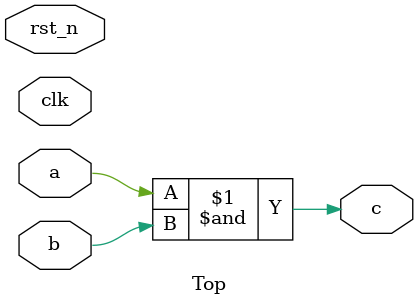
<source format=v>


module Top
#( 
  parameter P1 = 1,
  parameter P2 = 2
)
(
  input  wire clk,
  input  wire rst_n,

  input  wire a,
  input  wire b,
  output wire c
    
);
    
// signals define

// logic

assign c = a & b;

endmodule



//  instantiation
/*  

Top 
#( 
  .P1(1),
  .P2(2)
)
Top_inst
(
  .clk(clk),
  .rst_n(rst_n),
  .a(a),
  .b(b),
  .c(c)
);

*/

</source>
